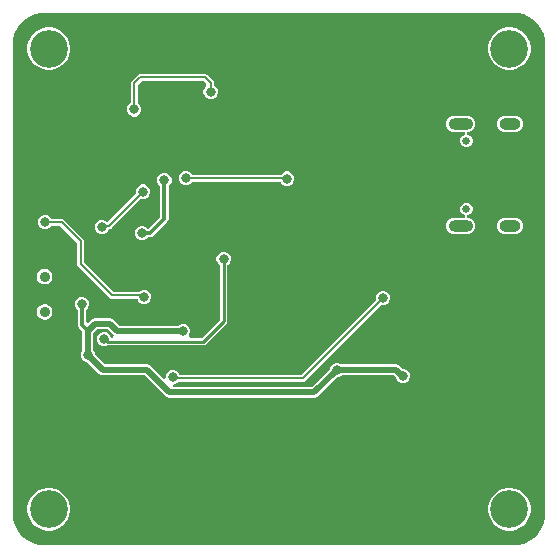
<source format=gbr>
%TF.GenerationSoftware,Altium Limited,Altium Designer,24.6.1 (21)*%
G04 Layer_Physical_Order=2*
G04 Layer_Color=16711680*
%FSLAX45Y45*%
%MOMM*%
%TF.SameCoordinates,02EA3464-56A9-4D0A-92B1-D56C91FA6429*%
%TF.FilePolarity,Positive*%
%TF.FileFunction,Copper,L2,Bot,Signal*%
%TF.Part,Single*%
G01*
G75*
%TA.AperFunction,Conductor*%
%ADD37C,0.30000*%
%ADD38C,0.20000*%
%ADD40C,0.50000*%
%ADD41C,0.25000*%
%TA.AperFunction,ComponentPad*%
%ADD43C,0.90000*%
%TA.AperFunction,ViaPad*%
%ADD44C,3.20000*%
%TA.AperFunction,ComponentPad*%
%ADD45O,1.80000X1.00000*%
%ADD46O,2.10000X1.00000*%
%ADD47C,0.65000*%
%TA.AperFunction,ViaPad*%
%ADD48C,0.80000*%
%ADD49C,0.50000*%
G36*
X4320089Y4490239D02*
X4366314Y4471092D01*
X4407915Y4443294D01*
X4443294Y4407915D01*
X4471092Y4366314D01*
X4490239Y4320089D01*
X4500000Y4271017D01*
Y4246000D01*
Y254000D01*
Y228983D01*
X4490239Y179911D01*
X4471092Y133686D01*
X4443294Y92084D01*
X4407915Y56705D01*
X4366314Y28908D01*
X4320089Y9761D01*
X4271017Y0D01*
X228983D01*
X179911Y9761D01*
X133686Y28908D01*
X92084Y56705D01*
X56705Y92084D01*
X28908Y133686D01*
X9761Y179911D01*
X0Y228983D01*
Y254000D01*
Y4246000D01*
Y4271017D01*
X9761Y4320089D01*
X28908Y4366314D01*
X56705Y4407915D01*
X92084Y4443294D01*
X133686Y4471092D01*
X179911Y4490239D01*
X228983Y4500000D01*
X4271017D01*
X4320089Y4490239D01*
D02*
G37*
%LPC*%
G36*
X4217728Y4380000D02*
X4182272D01*
X4147496Y4373083D01*
X4114738Y4359514D01*
X4085257Y4339815D01*
X4060185Y4314743D01*
X4040486Y4285262D01*
X4026917Y4252504D01*
X4020000Y4217728D01*
Y4182272D01*
X4026917Y4147496D01*
X4040486Y4114738D01*
X4060185Y4085257D01*
X4085257Y4060185D01*
X4114738Y4040486D01*
X4147496Y4026917D01*
X4182272Y4020000D01*
X4217728D01*
X4252504Y4026917D01*
X4285262Y4040486D01*
X4314743Y4060185D01*
X4339815Y4085257D01*
X4359514Y4114738D01*
X4373083Y4147496D01*
X4380000Y4182272D01*
Y4217728D01*
X4373083Y4252504D01*
X4359514Y4285262D01*
X4339815Y4314743D01*
X4314743Y4339815D01*
X4285262Y4359514D01*
X4252504Y4373083D01*
X4217728Y4380000D01*
D02*
G37*
G36*
X317728D02*
X282271D01*
X247496Y4373083D01*
X214738Y4359514D01*
X185257Y4339815D01*
X160185Y4314743D01*
X140486Y4285262D01*
X126917Y4252504D01*
X120000Y4217728D01*
Y4182272D01*
X126917Y4147496D01*
X140486Y4114738D01*
X160185Y4085257D01*
X185257Y4060185D01*
X214738Y4040486D01*
X247496Y4026917D01*
X282271Y4020000D01*
X317728D01*
X352504Y4026917D01*
X385262Y4040486D01*
X414743Y4060185D01*
X439815Y4085257D01*
X459514Y4114738D01*
X473083Y4147496D01*
X480000Y4182272D01*
Y4217728D01*
X473083Y4252504D01*
X459514Y4285262D01*
X439815Y4314743D01*
X414743Y4339815D01*
X385262Y4359514D01*
X352504Y4373083D01*
X317728Y4380000D01*
D02*
G37*
G36*
X1622500Y3988088D02*
X1622499Y3988088D01*
X1075000D01*
X1063295Y3985759D01*
X1053371Y3979129D01*
X1053371Y3979128D01*
X1003371Y3929129D01*
X996741Y3919205D01*
X994412Y3907500D01*
X994412Y3907499D01*
Y3737274D01*
X991013Y3735866D01*
X974134Y3718987D01*
X965000Y3696935D01*
Y3673065D01*
X974134Y3651013D01*
X991013Y3634134D01*
X1013065Y3625000D01*
X1036935D01*
X1058987Y3634134D01*
X1075866Y3651013D01*
X1085000Y3673065D01*
Y3696935D01*
X1075866Y3718987D01*
X1058987Y3735866D01*
X1055588Y3737274D01*
Y3894830D01*
X1087670Y3926912D01*
X1609830D01*
X1631216Y3905527D01*
X1632208Y3901462D01*
X1630973Y3880826D01*
X1619134Y3868987D01*
X1610000Y3846935D01*
Y3823065D01*
X1619134Y3801013D01*
X1636013Y3784134D01*
X1658065Y3775000D01*
X1681935D01*
X1703987Y3784134D01*
X1720865Y3801013D01*
X1730000Y3823065D01*
Y3846935D01*
X1720865Y3868987D01*
X1703987Y3885865D01*
X1700588Y3887274D01*
Y3910000D01*
X1698259Y3921705D01*
X1691629Y3931629D01*
X1691628Y3931629D01*
X1644129Y3979129D01*
X1634205Y3985759D01*
X1622500Y3988088D01*
D02*
G37*
G36*
X4244500Y3632604D02*
X4164500D01*
X4146226Y3630198D01*
X4129198Y3623145D01*
X4114575Y3611925D01*
X4103355Y3597302D01*
X4096302Y3580274D01*
X4093896Y3562000D01*
X4096302Y3543727D01*
X4103355Y3526698D01*
X4114575Y3512076D01*
X4129198Y3500856D01*
X4146226Y3493802D01*
X4164500Y3491396D01*
X4244500D01*
X4262773Y3493802D01*
X4279802Y3500856D01*
X4294424Y3512076D01*
X4305644Y3526698D01*
X4312698Y3543727D01*
X4315104Y3562000D01*
X4312698Y3580274D01*
X4305644Y3597302D01*
X4294424Y3611925D01*
X4279802Y3623145D01*
X4262773Y3630198D01*
X4244500Y3632604D01*
D02*
G37*
G36*
X3841500D02*
X3731500D01*
X3713226Y3630198D01*
X3696198Y3623145D01*
X3681575Y3611925D01*
X3670355Y3597302D01*
X3663302Y3580274D01*
X3660896Y3562000D01*
X3663302Y3543727D01*
X3670355Y3526698D01*
X3681575Y3512076D01*
X3696198Y3500856D01*
X3713226Y3493802D01*
X3731500Y3491396D01*
X3821602D01*
X3825805Y3491396D01*
X3826056Y3471501D01*
X3822310Y3469948D01*
X3806761Y3463508D01*
X3791992Y3448739D01*
X3784000Y3429443D01*
Y3408557D01*
X3791992Y3389261D01*
X3806761Y3374493D01*
X3826057Y3366500D01*
X3846943D01*
X3866239Y3374493D01*
X3881007Y3389261D01*
X3889000Y3408557D01*
Y3429443D01*
X3881007Y3448739D01*
X3866239Y3463508D01*
X3846943Y3471500D01*
X3841751Y3471501D01*
X3841500Y3491396D01*
X3845677Y3491946D01*
X3859773Y3493802D01*
X3876802Y3500856D01*
X3891424Y3512076D01*
X3902644Y3526698D01*
X3909698Y3543727D01*
X3912104Y3562000D01*
X3909698Y3580274D01*
X3902644Y3597302D01*
X3891424Y3611925D01*
X3876802Y3623145D01*
X3859773Y3630198D01*
X3841500Y3632604D01*
D02*
G37*
G36*
X1471935Y3165000D02*
X1448065D01*
X1426013Y3155865D01*
X1409134Y3138987D01*
X1400000Y3116935D01*
Y3093065D01*
X1409134Y3071013D01*
X1426013Y3054134D01*
X1448065Y3045000D01*
X1471935D01*
X1493987Y3054134D01*
X1510865Y3071013D01*
X1511238Y3071912D01*
X2267091D01*
X2269535Y3066013D01*
X2286413Y3049134D01*
X2308466Y3040000D01*
X2332335D01*
X2354387Y3049134D01*
X2371266Y3066013D01*
X2380400Y3088065D01*
Y3111935D01*
X2371266Y3133987D01*
X2354387Y3150865D01*
X2332335Y3160000D01*
X2308466D01*
X2286413Y3150865D01*
X2269535Y3133987D01*
X2269162Y3133087D01*
X1513309D01*
X1510865Y3138987D01*
X1493987Y3155865D01*
X1471935Y3165000D01*
D02*
G37*
G36*
X1111935Y3050000D02*
X1088065D01*
X1066013Y3040866D01*
X1049135Y3023987D01*
X1040000Y3001935D01*
Y2978065D01*
X1041408Y2974666D01*
X798810Y2732068D01*
X792785D01*
X783987Y2740865D01*
X761935Y2750000D01*
X738065D01*
X716013Y2740865D01*
X699134Y2723987D01*
X690000Y2701935D01*
Y2678065D01*
X699134Y2656013D01*
X716013Y2639134D01*
X738065Y2630000D01*
X761935D01*
X783987Y2639134D01*
X800866Y2656013D01*
X807029Y2670893D01*
X811479D01*
X811480Y2670892D01*
X823186Y2673221D01*
X833109Y2679851D01*
X1084666Y2931408D01*
X1088065Y2930000D01*
X1111935D01*
X1133987Y2939135D01*
X1150866Y2956013D01*
X1160000Y2978065D01*
Y3001935D01*
X1150866Y3023987D01*
X1133987Y3040866D01*
X1111935Y3050000D01*
D02*
G37*
G36*
X1291935Y3145000D02*
X1268065D01*
X1246013Y3135866D01*
X1229134Y3118987D01*
X1220000Y3096935D01*
Y3073065D01*
X1229134Y3051013D01*
X1244314Y3035833D01*
Y2774782D01*
X1145218Y2675686D01*
X1139167D01*
X1123987Y2690866D01*
X1101935Y2700000D01*
X1078065D01*
X1056013Y2690866D01*
X1039135Y2673987D01*
X1030000Y2651935D01*
Y2628065D01*
X1039135Y2606013D01*
X1056013Y2589135D01*
X1078065Y2580000D01*
X1101935D01*
X1123987Y2589135D01*
X1139167Y2604314D01*
X1160000D01*
X1173656Y2607031D01*
X1185234Y2614766D01*
X1305234Y2734766D01*
X1312969Y2746344D01*
X1315686Y2760000D01*
Y3035833D01*
X1330866Y3051013D01*
X1340000Y3073065D01*
Y3096935D01*
X1330866Y3118987D01*
X1313987Y3135866D01*
X1291935Y3145000D01*
D02*
G37*
G36*
X4244500Y2768604D02*
X4164500D01*
X4146226Y2766198D01*
X4129198Y2759145D01*
X4114575Y2747925D01*
X4103355Y2733302D01*
X4096302Y2716274D01*
X4093896Y2698000D01*
X4096302Y2679727D01*
X4103355Y2662699D01*
X4114575Y2648076D01*
X4129198Y2636856D01*
X4146226Y2629802D01*
X4164500Y2627397D01*
X4244500D01*
X4262773Y2629802D01*
X4279802Y2636856D01*
X4294424Y2648076D01*
X4305644Y2662699D01*
X4312698Y2679727D01*
X4315104Y2698000D01*
X4312698Y2716274D01*
X4305644Y2733302D01*
X4294424Y2747925D01*
X4279802Y2759145D01*
X4262773Y2766198D01*
X4244500Y2768604D01*
D02*
G37*
G36*
X3846943Y2893500D02*
X3826057D01*
X3806761Y2885508D01*
X3791992Y2870739D01*
X3784000Y2851443D01*
Y2830557D01*
X3791992Y2811262D01*
X3806761Y2796493D01*
X3822310Y2790052D01*
X3826056Y2788500D01*
X3825805Y2768605D01*
X3821602Y2768604D01*
X3731500D01*
X3713226Y2766198D01*
X3696198Y2759145D01*
X3681575Y2747925D01*
X3670355Y2733302D01*
X3663302Y2716274D01*
X3660896Y2698000D01*
X3663302Y2679727D01*
X3670355Y2662699D01*
X3681575Y2648076D01*
X3696198Y2636856D01*
X3713226Y2629802D01*
X3731500Y2627397D01*
X3841500D01*
X3859773Y2629802D01*
X3876802Y2636856D01*
X3891424Y2648076D01*
X3902644Y2662699D01*
X3909698Y2679727D01*
X3912104Y2698000D01*
X3909698Y2716274D01*
X3902644Y2733302D01*
X3891424Y2747925D01*
X3876802Y2759145D01*
X3859773Y2766198D01*
X3845677Y2768054D01*
X3841500Y2768605D01*
X3841751Y2788500D01*
X3846943Y2788500D01*
X3866239Y2796493D01*
X3881007Y2811262D01*
X3889000Y2830557D01*
Y2851443D01*
X3881007Y2870739D01*
X3866239Y2885508D01*
X3846943Y2893500D01*
D02*
G37*
G36*
X273557Y2335000D02*
X256442D01*
X239911Y2330570D01*
X225089Y2322013D01*
X212987Y2309911D01*
X204430Y2295089D01*
X200000Y2278558D01*
Y2261443D01*
X204430Y2244911D01*
X212987Y2230089D01*
X225089Y2217987D01*
X239911Y2209430D01*
X256442Y2205000D01*
X273557D01*
X290089Y2209430D01*
X304911Y2217987D01*
X317013Y2230089D01*
X325570Y2244911D01*
X330000Y2261443D01*
Y2278558D01*
X325570Y2295089D01*
X317013Y2309911D01*
X304911Y2322013D01*
X290089Y2330570D01*
X273557Y2335000D01*
D02*
G37*
G36*
X281935Y2790000D02*
X258065D01*
X236013Y2780865D01*
X219134Y2763987D01*
X210000Y2741935D01*
Y2718065D01*
X219134Y2696013D01*
X236013Y2679134D01*
X258065Y2670000D01*
X281935D01*
X303987Y2679134D01*
X320865Y2696013D01*
X322274Y2699412D01*
X397330D01*
X539412Y2557330D01*
Y2380002D01*
X539412Y2380001D01*
X541741Y2368295D01*
X548371Y2358372D01*
X816891Y2089852D01*
X816891Y2089852D01*
X826814Y2083221D01*
X838520Y2080893D01*
X1052971D01*
X1059135Y2066013D01*
X1076013Y2049135D01*
X1098065Y2040000D01*
X1121935D01*
X1143987Y2049135D01*
X1160866Y2066013D01*
X1170000Y2088065D01*
Y2111935D01*
X1160866Y2133987D01*
X1143987Y2150866D01*
X1121935Y2160000D01*
X1098065D01*
X1076013Y2150866D01*
X1067215Y2142068D01*
X851190D01*
X600588Y2392671D01*
Y2569999D01*
X600588Y2570000D01*
X598259Y2581705D01*
X591629Y2591629D01*
X431629Y2751629D01*
X421705Y2758259D01*
X410000Y2760588D01*
X409999Y2760588D01*
X322274D01*
X320865Y2763987D01*
X303987Y2780865D01*
X281935Y2790000D01*
D02*
G37*
G36*
X273557Y2035000D02*
X256442D01*
X239911Y2030570D01*
X225089Y2022013D01*
X212987Y2009911D01*
X204430Y1995089D01*
X200000Y1978558D01*
Y1961443D01*
X204430Y1944911D01*
X212987Y1930089D01*
X225089Y1917987D01*
X239911Y1909430D01*
X256442Y1905000D01*
X273557D01*
X290089Y1909430D01*
X304911Y1917987D01*
X317013Y1930089D01*
X325570Y1944911D01*
X330000Y1961443D01*
Y1978558D01*
X325570Y1995089D01*
X317013Y2009911D01*
X304911Y2022013D01*
X290089Y2030570D01*
X273557Y2035000D01*
D02*
G37*
G36*
X1791935Y2480000D02*
X1768065D01*
X1746013Y2470866D01*
X1729134Y2453987D01*
X1720000Y2431935D01*
Y2408065D01*
X1729134Y2386013D01*
X1746013Y2369134D01*
X1746863Y2368782D01*
Y1903726D01*
X1596275Y1753137D01*
X1496274D01*
X1487989Y1773137D01*
X1490865Y1776013D01*
X1500000Y1798065D01*
Y1821935D01*
X1490865Y1843987D01*
X1473987Y1860865D01*
X1451935Y1870000D01*
X1428065D01*
X1406013Y1860865D01*
X1401029Y1855881D01*
X899005D01*
X852443Y1902443D01*
X837558Y1912389D01*
X820000Y1915882D01*
X690000D01*
X672442Y1912389D01*
X657557Y1902443D01*
X635686Y1880572D01*
X615686Y1888857D01*
Y1990833D01*
X630866Y2006013D01*
X640000Y2028065D01*
Y2051935D01*
X630866Y2073987D01*
X613987Y2090866D01*
X591935Y2100000D01*
X568065D01*
X546013Y2090866D01*
X529135Y2073987D01*
X520000Y2051935D01*
Y2028065D01*
X529135Y2006013D01*
X544314Y1990833D01*
Y1861421D01*
X547031Y1847764D01*
X554766Y1836187D01*
X584829Y1806125D01*
Y1649682D01*
X579134Y1643987D01*
X570000Y1621935D01*
Y1598065D01*
X579134Y1576013D01*
X596013Y1559135D01*
X618065Y1550000D01*
X625114D01*
X727557Y1447557D01*
X742442Y1437611D01*
X760000Y1434119D01*
X1110995D01*
X1287557Y1257557D01*
X1302442Y1247611D01*
X1320000Y1244118D01*
X2550000D01*
X2567558Y1247611D01*
X2582443Y1257557D01*
X2744887Y1420000D01*
X2751935D01*
X2773987Y1429135D01*
X2778971Y1434119D01*
X3222877D01*
X3240757Y1416239D01*
X3249134Y1396013D01*
X3266013Y1379134D01*
X3288065Y1370000D01*
X3311935D01*
X3333987Y1379134D01*
X3350866Y1396013D01*
X3360000Y1418065D01*
Y1441935D01*
X3350866Y1463987D01*
X3333987Y1480865D01*
X3311935Y1490000D01*
X3296768D01*
X3274325Y1512443D01*
X3259440Y1522389D01*
X3241882Y1525882D01*
X2778971D01*
X2773987Y1530866D01*
X2751935Y1540000D01*
X2728065D01*
X2706013Y1530866D01*
X2689135Y1513987D01*
X2680000Y1491935D01*
Y1484887D01*
X2530995Y1335882D01*
X1352216D01*
X1352076Y1335952D01*
X1349771Y1340000D01*
X1361397Y1360000D01*
X1361935D01*
X1383987Y1369134D01*
X1394265Y1379412D01*
X2449999D01*
X2450000Y1379412D01*
X2461706Y1381741D01*
X2471629Y1388371D01*
X3114666Y2031408D01*
X3118065Y2030000D01*
X3141935D01*
X3163987Y2039134D01*
X3180866Y2056013D01*
X3190000Y2078065D01*
Y2101935D01*
X3180866Y2123987D01*
X3163987Y2140865D01*
X3141935Y2150000D01*
X3118065D01*
X3096013Y2140865D01*
X3079135Y2123987D01*
X3070000Y2101935D01*
Y2078065D01*
X3071408Y2074666D01*
X2437330Y1440588D01*
X1406416D01*
X1400866Y1453987D01*
X1383987Y1470865D01*
X1361935Y1480000D01*
X1338065D01*
X1316013Y1470865D01*
X1299135Y1453987D01*
X1290000Y1431935D01*
Y1413170D01*
X1274935Y1404232D01*
X1271522Y1403364D01*
X1162443Y1512443D01*
X1147558Y1522389D01*
X1130000Y1525882D01*
X779005D01*
X690000Y1614887D01*
Y1621935D01*
X680866Y1643987D01*
X676592Y1648261D01*
Y1791706D01*
X709005Y1824119D01*
X800995D01*
X847557Y1777557D01*
X854172Y1773137D01*
X848105Y1753137D01*
X829502D01*
X820866Y1773987D01*
X803987Y1790866D01*
X781935Y1800000D01*
X758065D01*
X736013Y1790866D01*
X719134Y1773987D01*
X710000Y1751935D01*
Y1728065D01*
X719134Y1706013D01*
X736013Y1689135D01*
X758065Y1680000D01*
X781935D01*
X800574Y1687721D01*
X804883Y1686864D01*
X1610000D01*
X1622681Y1689386D01*
X1633431Y1696569D01*
X1803431Y1866569D01*
X1810614Y1877319D01*
X1813137Y1890000D01*
Y2368782D01*
X1813987Y2369134D01*
X1830866Y2386013D01*
X1840000Y2408065D01*
Y2431935D01*
X1830866Y2453987D01*
X1813987Y2470866D01*
X1791935Y2480000D01*
D02*
G37*
G36*
X4217728Y480000D02*
X4182272D01*
X4147496Y473083D01*
X4114738Y459514D01*
X4085257Y439815D01*
X4060185Y414743D01*
X4040486Y385262D01*
X4026917Y352504D01*
X4020000Y317729D01*
Y282272D01*
X4026917Y247496D01*
X4040486Y214738D01*
X4060185Y185257D01*
X4085257Y160185D01*
X4114738Y140486D01*
X4147496Y126917D01*
X4182272Y120000D01*
X4217728D01*
X4252504Y126917D01*
X4285262Y140486D01*
X4314743Y160185D01*
X4339815Y185257D01*
X4359514Y214738D01*
X4373083Y247496D01*
X4380000Y282272D01*
Y317729D01*
X4373083Y352504D01*
X4359514Y385262D01*
X4339815Y414743D01*
X4314743Y439815D01*
X4285262Y459514D01*
X4252504Y473083D01*
X4217728Y480000D01*
D02*
G37*
G36*
X317728D02*
X282271D01*
X247496Y473083D01*
X214738Y459514D01*
X185257Y439815D01*
X160185Y414743D01*
X140486Y385262D01*
X126917Y352504D01*
X120000Y317729D01*
Y282272D01*
X126917Y247496D01*
X140486Y214738D01*
X160185Y185257D01*
X185257Y160185D01*
X214738Y140486D01*
X247496Y126917D01*
X282271Y120000D01*
X317728D01*
X352504Y126917D01*
X385262Y140486D01*
X414743Y160185D01*
X439815Y185257D01*
X459514Y214738D01*
X473083Y247496D01*
X480000Y282272D01*
Y317729D01*
X473083Y352504D01*
X459514Y385262D01*
X439815Y414743D01*
X414743Y439815D01*
X385262Y459514D01*
X352504Y473083D01*
X317728Y480000D01*
D02*
G37*
%LPD*%
D37*
X1090000Y2640000D02*
X1160000D01*
X1280000Y2760000D01*
Y3085000D01*
X580000Y1861421D02*
X630710Y1810710D01*
X580000Y1861421D02*
Y2040000D01*
D38*
X1360000Y1410000D02*
X2450000D01*
X1350000Y1420000D02*
X1360000Y1410000D01*
X270000Y2730000D02*
X410000D01*
X570000Y2380001D02*
X838520Y2111480D01*
X570000Y2380001D02*
Y2570000D01*
X410000Y2730000D02*
X570000Y2570000D01*
X838520Y2111480D02*
X1098520D01*
X1110000Y2100000D01*
X750000Y2690000D02*
X761480Y2701480D01*
X811480D02*
X1100000Y2990000D01*
X761480Y2701480D02*
X811480D01*
X2450000Y1410000D02*
X3130000Y2090000D01*
X1025000Y3907500D02*
X1075000Y3957500D01*
X1622500D02*
X1670000Y3910000D01*
X1075000Y3957500D02*
X1622500D01*
X1670000Y3835000D02*
Y3910000D01*
X1025000Y3685000D02*
Y3907500D01*
X1462500Y3102500D02*
X2317900D01*
X2320400Y3100000D01*
X1460000Y3105000D02*
X1462500Y3102500D01*
D40*
X760000Y1480000D02*
X1130000D01*
X630000Y1610000D02*
X630710Y1610711D01*
Y1810710D01*
X630000Y1610000D02*
X760000Y1480000D01*
X1130000D02*
X1320000Y1290000D01*
X2550000D01*
X2740000Y1480000D01*
X630710Y1810710D02*
X690000Y1870000D01*
X820000D01*
X880000Y1810000D01*
X1440000D01*
X2740000Y1480000D02*
X3241882D01*
X3291882Y1430000D02*
X3300000D01*
X3241882Y1480000D02*
X3291882Y1430000D01*
D41*
X770000Y1740000D02*
X784883D01*
X1610000Y1720000D02*
X1780000Y1890000D01*
X784883Y1740000D02*
X804883Y1720000D01*
X1610000D01*
X1780000Y1890000D02*
Y2420000D01*
D43*
X265000Y1970000D02*
D03*
Y2270000D02*
D03*
D44*
X4200000Y300000D02*
D03*
X300000D02*
D03*
X4200000Y4200000D02*
D03*
X300000D02*
D03*
D45*
X4204500Y3562000D02*
D03*
Y2698000D02*
D03*
D46*
X3786500Y3562000D02*
D03*
Y2698000D02*
D03*
D47*
X3836500Y2841000D02*
D03*
Y3419000D02*
D03*
D48*
X1330000Y1620000D02*
D03*
X130000Y1890000D02*
D03*
X2090000Y1510000D02*
D03*
X630000Y1610000D02*
D03*
X300000Y580000D02*
D03*
X1090000Y2640000D02*
D03*
X1280000Y3085000D02*
D03*
X560000Y1260000D02*
D03*
X580000Y2040000D02*
D03*
X2930000Y2570000D02*
D03*
X3130000Y1940000D02*
D03*
X830000Y1980000D02*
D03*
X1260000Y1180000D02*
D03*
X1090000Y780000D02*
D03*
X1350000Y1420000D02*
D03*
X1440000Y1810000D02*
D03*
X770000Y1740000D02*
D03*
X1780000Y2420000D02*
D03*
X1530000Y2710000D02*
D03*
X1310000Y4200000D02*
D03*
X1110000Y3330000D02*
D03*
X580000Y2930000D02*
D03*
X3780000Y2570000D02*
D03*
X3790000Y2270000D02*
D03*
X3810000Y2080000D02*
D03*
X3760000Y840000D02*
D03*
X3630000Y1440000D02*
D03*
X4030000D02*
D03*
X3500000Y2660000D02*
D03*
Y3630000D02*
D03*
X3010000Y4320000D02*
D03*
X1110000Y2100000D02*
D03*
X270000Y2730000D02*
D03*
X750000Y2690000D02*
D03*
X1100000Y2990000D02*
D03*
X3130000Y2090000D02*
D03*
X2740000Y1480000D02*
D03*
X3300000Y1430000D02*
D03*
X1670000Y3835000D02*
D03*
X1025000Y3685000D02*
D03*
X2320400Y3100000D02*
D03*
X1460000Y3105000D02*
D03*
D49*
X2472700Y2025000D02*
D03*
X2362700D02*
D03*
X2252700D02*
D03*
X2142700D02*
D03*
X2032700D02*
D03*
X2472700Y2135000D02*
D03*
X2362700D02*
D03*
X2252700D02*
D03*
X2142700D02*
D03*
X2032700D02*
D03*
X2472700Y2245000D02*
D03*
X2362700D02*
D03*
X2252700D02*
D03*
X2142700D02*
D03*
X2032700D02*
D03*
X2472700Y2355000D02*
D03*
X2362700D02*
D03*
X2252700D02*
D03*
X2142700D02*
D03*
X2032700D02*
D03*
X2472700Y2465000D02*
D03*
X2362700D02*
D03*
X2252700D02*
D03*
X2142700D02*
D03*
X2032700D02*
D03*
%TF.MD5,d38d4f57d538043bc1b5a51f8c0e718c*%
M02*

</source>
